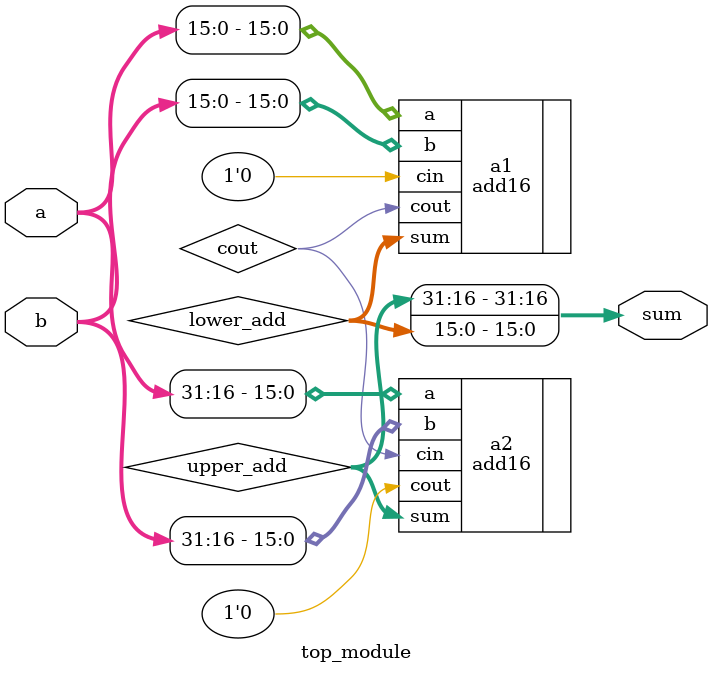
<source format=v>
module top_module(
    input [31:0] a,
    input [31:0] b,
    output [31:0] sum
);
    wire [15:0] lower_add;
    wire [31:16] upper_add;
    wire cout;
    
    add16 a1(.a(a[15:0]), .b(b[15:0]), .cin(1'b0), .sum(lower_add), .cout(cout));
    add16 a2(.a(a[31:16]), .b(b[31:16]), .cin(cout), .sum(upper_add), .cout(1'b0));
    assign sum = {upper_add, lower_add};

endmodule

</source>
